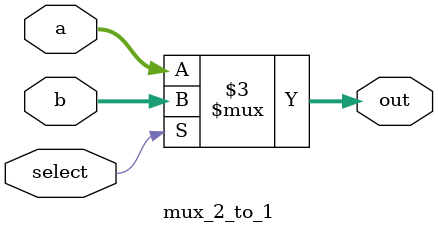
<source format=sv>
module mux_2_to_1(
	input logic [15:0] a,
	input logic [15:0] b,
	input logic select,
	output logic [15:0] out
);

always_comb
	begin	
		if (select)
			out = b;
		else
			out = a;
		
	end

endmodule

</source>
